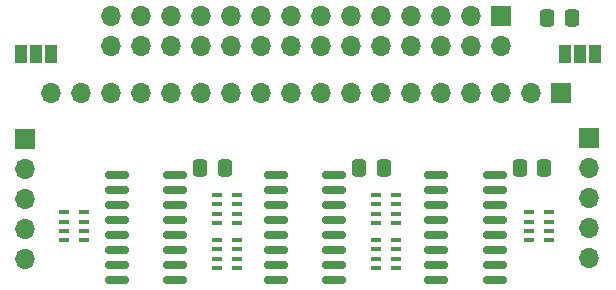
<source format=gbr>
%TF.GenerationSoftware,KiCad,Pcbnew,7.0.1*%
%TF.CreationDate,2023-05-21T17:22:54+09:00*%
%TF.ProjectId,joystick_74hc165_input_smd,6a6f7973-7469-4636-9b5f-373468633136,2*%
%TF.SameCoordinates,PX7e249a4PY6c1eee4*%
%TF.FileFunction,Soldermask,Top*%
%TF.FilePolarity,Negative*%
%FSLAX46Y46*%
G04 Gerber Fmt 4.6, Leading zero omitted, Abs format (unit mm)*
G04 Created by KiCad (PCBNEW 7.0.1) date 2023-05-21 17:22:54*
%MOMM*%
%LPD*%
G01*
G04 APERTURE LIST*
G04 Aperture macros list*
%AMRoundRect*
0 Rectangle with rounded corners*
0 $1 Rounding radius*
0 $2 $3 $4 $5 $6 $7 $8 $9 X,Y pos of 4 corners*
0 Add a 4 corners polygon primitive as box body*
4,1,4,$2,$3,$4,$5,$6,$7,$8,$9,$2,$3,0*
0 Add four circle primitives for the rounded corners*
1,1,$1+$1,$2,$3*
1,1,$1+$1,$4,$5*
1,1,$1+$1,$6,$7*
1,1,$1+$1,$8,$9*
0 Add four rect primitives between the rounded corners*
20,1,$1+$1,$2,$3,$4,$5,0*
20,1,$1+$1,$4,$5,$6,$7,0*
20,1,$1+$1,$6,$7,$8,$9,0*
20,1,$1+$1,$8,$9,$2,$3,0*%
G04 Aperture macros list end*
%ADD10R,1.700000X1.700000*%
%ADD11O,1.700000X1.700000*%
%ADD12R,0.900000X0.400000*%
%ADD13RoundRect,0.250000X-0.337500X-0.475000X0.337500X-0.475000X0.337500X0.475000X-0.337500X0.475000X0*%
%ADD14RoundRect,0.150000X-0.825000X-0.150000X0.825000X-0.150000X0.825000X0.150000X-0.825000X0.150000X0*%
%ADD15R,1.000000X1.500000*%
%ADD16RoundRect,0.250000X0.337500X0.475000X-0.337500X0.475000X-0.337500X-0.475000X0.337500X-0.475000X0*%
G04 APERTURE END LIST*
D10*
%TO.C,OUT1*%
X50482500Y15430500D03*
D11*
X50482500Y12890500D03*
X50482500Y10350500D03*
X50482500Y7810500D03*
X50482500Y5270500D03*
%TD*%
D10*
%TO.C,J2*%
X42989500Y25717500D03*
D11*
X42989500Y23177500D03*
X40449500Y25717500D03*
X40449500Y23177500D03*
X37909500Y25717500D03*
X37909500Y23177500D03*
X35369500Y25717500D03*
X35369500Y23177500D03*
X32829500Y25717500D03*
X32829500Y23177500D03*
X30289500Y25717500D03*
X30289500Y23177500D03*
X27749500Y25717500D03*
X27749500Y23177500D03*
X25209500Y25717500D03*
X25209500Y23177500D03*
X22669500Y25717500D03*
X22669500Y23177500D03*
X20129500Y25717500D03*
X20129500Y23177500D03*
X17589500Y25717500D03*
X17589500Y23177500D03*
X15049500Y25717500D03*
X15049500Y23177500D03*
X12509500Y25717500D03*
X12509500Y23177500D03*
X9969500Y25717500D03*
X9969500Y23177500D03*
%TD*%
D12*
%TO.C,RN2*%
X47078000Y6737500D03*
X47078000Y7537500D03*
X47078000Y8337500D03*
X47078000Y9137500D03*
X45378000Y9137500D03*
X45378000Y8337500D03*
X45378000Y7537500D03*
X45378000Y6737500D03*
%TD*%
%TO.C,RN1*%
X32424000Y10598000D03*
X32424000Y9798000D03*
X32424000Y8998000D03*
X32424000Y8198000D03*
X34124000Y8198000D03*
X34124000Y8998000D03*
X34124000Y9798000D03*
X34124000Y10598000D03*
%TD*%
%TO.C,RN4*%
X34124000Y4388000D03*
X34124000Y5188000D03*
X34124000Y5988000D03*
X34124000Y6788000D03*
X32424000Y6788000D03*
X32424000Y5988000D03*
X32424000Y5188000D03*
X32424000Y4388000D03*
%TD*%
%TO.C,RN5*%
X6008000Y9137500D03*
X6008000Y8337500D03*
X6008000Y7537500D03*
X6008000Y6737500D03*
X7708000Y6737500D03*
X7708000Y7537500D03*
X7708000Y8337500D03*
X7708000Y9137500D03*
%TD*%
%TO.C,RN3*%
X18962000Y10598000D03*
X18962000Y9798000D03*
X18962000Y8998000D03*
X18962000Y8198000D03*
X20662000Y8198000D03*
X20662000Y8998000D03*
X20662000Y9798000D03*
X20662000Y10598000D03*
%TD*%
D10*
%TO.C,IN1*%
X2730500Y15303500D03*
D11*
X2730500Y12763500D03*
X2730500Y10223500D03*
X2730500Y7683500D03*
X2730500Y5143500D03*
%TD*%
D10*
%TO.C,J1*%
X48069500Y19240500D03*
D11*
X45529500Y19240500D03*
X42989500Y19240500D03*
X40449500Y19240500D03*
X37909500Y19240500D03*
X35369500Y19240500D03*
X32829500Y19240500D03*
X30289500Y19240500D03*
X27749500Y19240500D03*
X25209500Y19240500D03*
X22669500Y19240500D03*
X20129500Y19240500D03*
X17589500Y19240500D03*
X15049500Y19240500D03*
X12509500Y19240500D03*
X9969500Y19240500D03*
X7429500Y19240500D03*
X4889500Y19240500D03*
%TD*%
D13*
%TO.C,C1*%
X44619000Y12890500D03*
X46694000Y12890500D03*
%TD*%
D14*
%TO.C,74HC165_1*%
X37530000Y12319000D03*
X37530000Y11049000D03*
X37530000Y9779000D03*
X37530000Y8509000D03*
X37530000Y7239000D03*
X37530000Y5969000D03*
X37530000Y4699000D03*
X37530000Y3429000D03*
X42480000Y3429000D03*
X42480000Y4699000D03*
X42480000Y5969000D03*
X42480000Y7239000D03*
X42480000Y8509000D03*
X42480000Y9779000D03*
X42480000Y11049000D03*
X42480000Y12319000D03*
%TD*%
%TO.C,74HC165_2*%
X23941000Y12319000D03*
X23941000Y11049000D03*
X23941000Y9779000D03*
X23941000Y8509000D03*
X23941000Y7239000D03*
X23941000Y5969000D03*
X23941000Y4699000D03*
X23941000Y3429000D03*
X28891000Y3429000D03*
X28891000Y4699000D03*
X28891000Y5969000D03*
X28891000Y7239000D03*
X28891000Y8509000D03*
X28891000Y9779000D03*
X28891000Y11049000D03*
X28891000Y12319000D03*
%TD*%
%TO.C,74HC165_3*%
X10479000Y12319000D03*
X10479000Y11049000D03*
X10479000Y9779000D03*
X10479000Y8509000D03*
X10479000Y7239000D03*
X10479000Y5969000D03*
X10479000Y4699000D03*
X10479000Y3429000D03*
X15429000Y3429000D03*
X15429000Y4699000D03*
X15429000Y5969000D03*
X15429000Y7239000D03*
X15429000Y8509000D03*
X15429000Y9779000D03*
X15429000Y11049000D03*
X15429000Y12319000D03*
%TD*%
D13*
%TO.C,C2*%
X31030000Y12890500D03*
X33105000Y12890500D03*
%TD*%
%TO.C,C3*%
X17568000Y12890500D03*
X19643000Y12890500D03*
%TD*%
D12*
%TO.C,RN6*%
X20662000Y4388000D03*
X20662000Y5188000D03*
X20662000Y5988000D03*
X20662000Y6788000D03*
X18962000Y6788000D03*
X18962000Y5988000D03*
X18962000Y5188000D03*
X18962000Y4388000D03*
%TD*%
D15*
%TO.C,PULL1*%
X51020500Y22542500D03*
X49720500Y22542500D03*
X48420500Y22542500D03*
%TD*%
D16*
%TO.C,C4*%
X49030800Y25590500D03*
X46955800Y25590500D03*
%TD*%
D15*
%TO.C,SHORT1*%
X4944900Y22542500D03*
X3644900Y22542500D03*
X2344900Y22542500D03*
%TD*%
M02*

</source>
